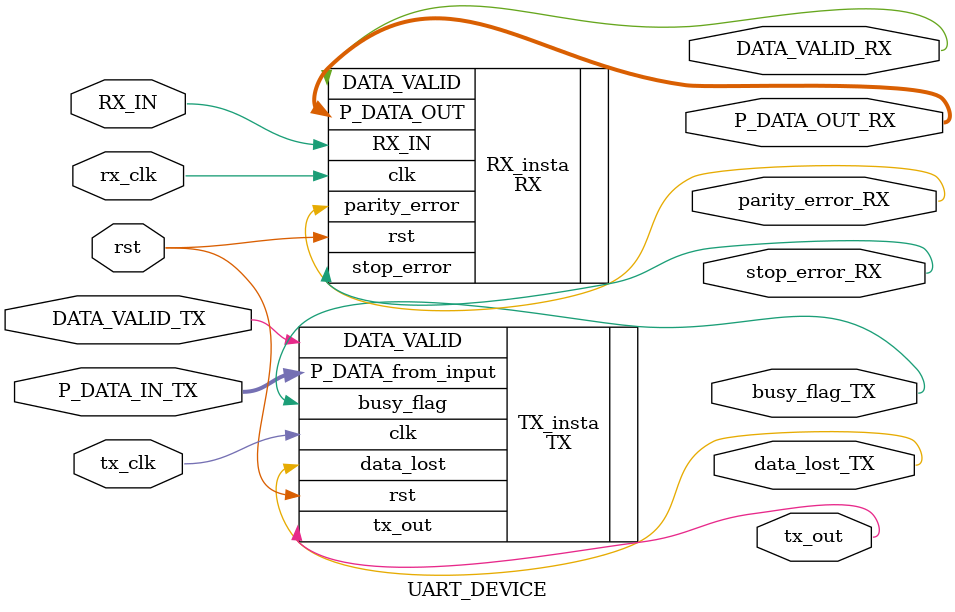
<source format=v>
module UART_DEVICE #(parameter 
DATA_WIDTH = 8,
PAR_EN = 1,
PAR_TYPE = 0,
N = 4 /// oversampling ratio
) (
input                     tx_clk,
input                     rx_clk,
input                     rst,
input  [DATA_WIDTH-1:0]   P_DATA_IN_TX,
input                     DATA_VALID_TX,
input                     RX_IN,
output                    busy_flag_TX,
output                    data_lost_TX,
output                    tx_out,
output                    DATA_VALID_RX,
output                    parity_error_RX,
output                    stop_error_RX,
output [DATA_WIDTH-1:0]   P_DATA_OUT_RX
);





/// INSTANTIATION OF TX AND RX


TX #(
.DATA_WIDTH(DATA_WIDTH),
.PAR_EN(PAR_EN),
.PAR_TYPE(PAR_TYPE)
) TX_insta (
.clk(tx_clk),
.rst(rst),
.P_DATA_from_input(P_DATA_IN_TX),
.DATA_VALID(DATA_VALID_TX),
.tx_out(tx_out),
.busy_flag(busy_flag_TX),
.data_lost(data_lost_TX)
);

//OUT OF TX WILL BE IN OF RX

RX #(
.DATA_WIDTH(DATA_WIDTH),
.N(N),
.PAR_EN(PAR_EN),
.PAR_TYPE(PAR_TYPE)
) RX_insta
(
.clk(rx_clk),
.rst(rst),
.RX_IN(RX_IN),
.DATA_VALID(DATA_VALID_RX),
.parity_error(parity_error_RX),
.stop_error(stop_error_RX),
.P_DATA_OUT(P_DATA_OUT_RX)
);



endmodule
</source>
